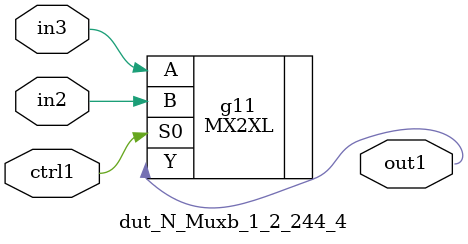
<source format=v>
`timescale 1ps / 1ps


module dut_N_Muxb_1_2_244_4(in3, in2, ctrl1, out1);
  input in3, in2, ctrl1;
  output out1;
  wire in3, in2, ctrl1;
  wire out1;
  MX2XL g11(.A (in3), .B (in2), .S0 (ctrl1), .Y (out1));
endmodule



</source>
